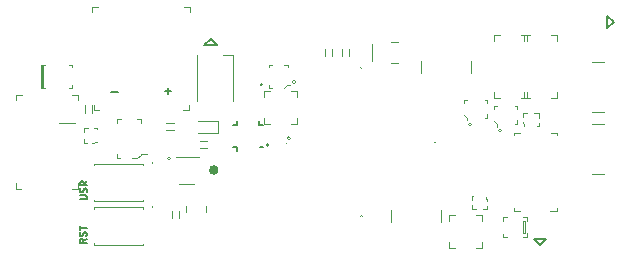
<source format=gbr>
G04 #@! TF.GenerationSoftware,KiCad,Pcbnew,5.1.4+dfsg1-1~bpo10+1*
G04 #@! TF.CreationDate,2020-02-13T15:56:51+01:00*
G04 #@! TF.ProjectId,quick-feather-board,71756963-6b2d-4666-9561-746865722d62,rev?*
G04 #@! TF.SameCoordinates,Original*
G04 #@! TF.FileFunction,Legend,Top*
G04 #@! TF.FilePolarity,Positive*
%FSLAX46Y46*%
G04 Gerber Fmt 4.6, Leading zero omitted, Abs format (unit mm)*
G04 Created by KiCad (PCBNEW 5.1.4+dfsg1-1~bpo10+1) date 2020-02-13 15:56:51*
%MOMM*%
%LPD*%
G04 APERTURE LIST*
%ADD10C,0.150000*%
%ADD11C,0.120000*%
%ADD12C,0.100000*%
%ADD13C,0.200000*%
%ADD14C,0.400000*%
%ADD15C,0.127000*%
G04 APERTURE END LIST*
D10*
X131766666Y-100750000D02*
X131233333Y-100750000D01*
X136050000Y-100966666D02*
X136050000Y-100433333D01*
X136316666Y-100700000D02*
X135783333Y-100700000D01*
X129151428Y-113218571D02*
X128865714Y-113418571D01*
X129151428Y-113561428D02*
X128551428Y-113561428D01*
X128551428Y-113332857D01*
X128580000Y-113275714D01*
X128608571Y-113247142D01*
X128665714Y-113218571D01*
X128751428Y-113218571D01*
X128808571Y-113247142D01*
X128837142Y-113275714D01*
X128865714Y-113332857D01*
X128865714Y-113561428D01*
X129122857Y-112990000D02*
X129151428Y-112904285D01*
X129151428Y-112761428D01*
X129122857Y-112704285D01*
X129094285Y-112675714D01*
X129037142Y-112647142D01*
X128980000Y-112647142D01*
X128922857Y-112675714D01*
X128894285Y-112704285D01*
X128865714Y-112761428D01*
X128837142Y-112875714D01*
X128808571Y-112932857D01*
X128780000Y-112961428D01*
X128722857Y-112990000D01*
X128665714Y-112990000D01*
X128608571Y-112961428D01*
X128580000Y-112932857D01*
X128551428Y-112875714D01*
X128551428Y-112732857D01*
X128580000Y-112647142D01*
X128551428Y-112475714D02*
X128551428Y-112132857D01*
X129151428Y-112304285D02*
X128551428Y-112304285D01*
X128571428Y-109887142D02*
X129057142Y-109887142D01*
X129114285Y-109858571D01*
X129142857Y-109830000D01*
X129171428Y-109772857D01*
X129171428Y-109658571D01*
X129142857Y-109601428D01*
X129114285Y-109572857D01*
X129057142Y-109544285D01*
X128571428Y-109544285D01*
X129142857Y-109287142D02*
X129171428Y-109201428D01*
X129171428Y-109058571D01*
X129142857Y-109001428D01*
X129114285Y-108972857D01*
X129057142Y-108944285D01*
X129000000Y-108944285D01*
X128942857Y-108972857D01*
X128914285Y-109001428D01*
X128885714Y-109058571D01*
X128857142Y-109172857D01*
X128828571Y-109230000D01*
X128800000Y-109258571D01*
X128742857Y-109287142D01*
X128685714Y-109287142D01*
X128628571Y-109258571D01*
X128600000Y-109230000D01*
X128571428Y-109172857D01*
X128571428Y-109030000D01*
X128600000Y-108944285D01*
X129171428Y-108344285D02*
X128885714Y-108544285D01*
X129171428Y-108687142D02*
X128571428Y-108687142D01*
X128571428Y-108458571D01*
X128600000Y-108401428D01*
X128628571Y-108372857D01*
X128685714Y-108344285D01*
X128771428Y-108344285D01*
X128828571Y-108372857D01*
X128857142Y-108401428D01*
X128885714Y-108458571D01*
X128885714Y-108687142D01*
D11*
X172911000Y-103523000D02*
X171911000Y-103523000D01*
X172911000Y-107763000D02*
X171911000Y-107763000D01*
X154870000Y-110760000D02*
X154870000Y-111760000D01*
X159110000Y-110760000D02*
X159110000Y-111760000D01*
X172911000Y-98223000D02*
X171911000Y-98223000D01*
X172911000Y-102463000D02*
X171911000Y-102463000D01*
X157480000Y-98140000D02*
X157480000Y-99140000D01*
X161720000Y-98140000D02*
X161720000Y-99140000D01*
X139230000Y-110480000D02*
X139230000Y-110980000D01*
X137530000Y-110480000D02*
X137530000Y-110980000D01*
D10*
X144536158Y-105270000D02*
G75*
G03X144536158Y-105270000I-76158J0D01*
G01*
X144050000Y-105470000D02*
X143775000Y-105470000D01*
X143750000Y-103570000D02*
X143750000Y-103270000D01*
X144050000Y-103570000D02*
X143750000Y-103570000D01*
X141850000Y-103570000D02*
X141850000Y-103270000D01*
X141550000Y-103570000D02*
X141850000Y-103570000D01*
X141850000Y-105470000D02*
X141850000Y-105770000D01*
X141550000Y-105470000D02*
X141850000Y-105470000D01*
D12*
X146830000Y-99940000D02*
G75*
G03X146830000Y-99940000I-150000J0D01*
G01*
X144605000Y-98465000D02*
X144855000Y-98465000D01*
X144605000Y-100415000D02*
X144855000Y-100415000D01*
X146105000Y-100215000D02*
X146330000Y-100215000D01*
X145880000Y-100415000D02*
X146105000Y-100215000D01*
X146155000Y-98490000D02*
X145805000Y-98490000D01*
X146155000Y-98665000D02*
X146155000Y-98490000D01*
X144605000Y-98665000D02*
X144605000Y-98465000D01*
X144605000Y-100415000D02*
X144605000Y-100215000D01*
X164290000Y-104060000D02*
G75*
G03X164290000Y-104060000I-150000J0D01*
G01*
X165615000Y-101985000D02*
X165615000Y-102235000D01*
X163665000Y-101985000D02*
X163665000Y-102235000D01*
X163865000Y-103485000D02*
X163865000Y-103710000D01*
X163665000Y-103260000D02*
X163865000Y-103485000D01*
X165590000Y-103535000D02*
X165590000Y-103185000D01*
X165415000Y-103535000D02*
X165590000Y-103535000D01*
X165415000Y-101985000D02*
X165615000Y-101985000D01*
X163665000Y-101985000D02*
X163865000Y-101985000D01*
X161740000Y-103530000D02*
G75*
G03X161740000Y-103530000I-150000J0D01*
G01*
X163065000Y-101455000D02*
X163065000Y-101705000D01*
X161115000Y-101455000D02*
X161115000Y-101705000D01*
X161315000Y-102955000D02*
X161315000Y-103180000D01*
X161115000Y-102730000D02*
X161315000Y-102955000D01*
X163040000Y-103005000D02*
X163040000Y-102655000D01*
X162865000Y-103005000D02*
X163040000Y-103005000D01*
X162865000Y-101455000D02*
X163065000Y-101455000D01*
X161115000Y-101455000D02*
X161315000Y-101455000D01*
X166411100Y-101283600D02*
X166411100Y-100783600D01*
X166411100Y-101283600D02*
X165911100Y-101283600D01*
X166411100Y-95983600D02*
X166411100Y-96483600D01*
X166411100Y-95983600D02*
X165911100Y-95983600D01*
X163611100Y-95983600D02*
X163611100Y-96483600D01*
X163611100Y-95983600D02*
X164111100Y-95983600D01*
X163611100Y-101283600D02*
X163611100Y-100783600D01*
X163611100Y-101283600D02*
X164111100Y-101283600D01*
X166151000Y-101283000D02*
X166651000Y-101283000D01*
X166151000Y-101283000D02*
X166151000Y-100783000D01*
X166151000Y-95983000D02*
X166651000Y-95983000D01*
X166151000Y-95983000D02*
X166151000Y-96483000D01*
X168951000Y-95983000D02*
X168451000Y-95983000D01*
X168951000Y-95983000D02*
X168951000Y-96483000D01*
X168951000Y-101283000D02*
X168451000Y-101283000D01*
X168951000Y-101283000D02*
X168951000Y-100783000D01*
D11*
X140700000Y-97680000D02*
X141500000Y-97680000D01*
X141500000Y-97680000D02*
X141500000Y-101580000D01*
X138500000Y-97680000D02*
X138500000Y-101580000D01*
D10*
X167526000Y-113728000D02*
X168051000Y-113203000D01*
X167001000Y-113203000D02*
X167526000Y-113728000D01*
X168051000Y-113203000D02*
X167001000Y-113203000D01*
D13*
X143980000Y-100170000D02*
G75*
G03X143980000Y-100170000I-70000J0D01*
G01*
D12*
X136260000Y-106400000D02*
G75*
G03X136260000Y-106400000I-150000J0D01*
G01*
D11*
X136735000Y-106250000D02*
X138635000Y-106250000D01*
X136960000Y-108550000D02*
X138260000Y-108550000D01*
D14*
X140100000Y-107400000D02*
G75*
G03X140100000Y-107400000I-200000J0D01*
G01*
D12*
X129619100Y-93550000D02*
X129619100Y-94050000D01*
X129619100Y-93550000D02*
X130119100Y-93550000D01*
X137919100Y-93550000D02*
X137419100Y-93550000D01*
X137919100Y-93550000D02*
X137919100Y-94050000D01*
X137819100Y-102350000D02*
X137319100Y-102350000D01*
X137819100Y-102350000D02*
X137819100Y-101850000D01*
X129719100Y-102350000D02*
X130219100Y-102350000D01*
X129719100Y-102350000D02*
X129719100Y-101850000D01*
X128370000Y-101003600D02*
X127870000Y-101003600D01*
X128370000Y-101003600D02*
X128370000Y-101503600D01*
X123120000Y-101003600D02*
X123670000Y-101003600D01*
X123120000Y-101003600D02*
X123120000Y-101503600D01*
X128120000Y-103403600D02*
X126820000Y-103403600D01*
X128370000Y-109003600D02*
X127870000Y-109003600D01*
X128370000Y-109003600D02*
X128370000Y-108503600D01*
X123120000Y-109003600D02*
X123620000Y-109003600D01*
X123120000Y-109003600D02*
X123120000Y-108503600D01*
X125475000Y-98475000D02*
X125475000Y-100425000D01*
X125375000Y-98475000D02*
X125375000Y-100425000D01*
X127925000Y-98475000D02*
X127925000Y-98700000D01*
X127625000Y-98475000D02*
X127925000Y-98475000D01*
X127925000Y-100425000D02*
X127675000Y-100425000D01*
X127925000Y-100175000D02*
X127925000Y-100425000D01*
X125275000Y-98475000D02*
X125275000Y-100425000D01*
X125625000Y-98475000D02*
X125275000Y-98475000D01*
X125625000Y-100425000D02*
X125275000Y-100425000D01*
D11*
X140230000Y-103230000D02*
X138530000Y-103230000D01*
X140230000Y-104030000D02*
X140230000Y-103230000D01*
X140230000Y-104230000D02*
X140230000Y-104030000D01*
X140130000Y-104230000D02*
X140230000Y-104230000D01*
X140030000Y-104230000D02*
X140130000Y-104230000D01*
X140030000Y-104230000D02*
X138530000Y-104230000D01*
X128990000Y-102530000D02*
X128990000Y-101930000D01*
X129590000Y-102530000D02*
X129590000Y-101930000D01*
X139350000Y-105500000D02*
X138750000Y-105500000D01*
X139350000Y-104900000D02*
X138750000Y-104900000D01*
X135890000Y-103420000D02*
X136490000Y-103420000D01*
X135890000Y-104020000D02*
X136490000Y-104020000D01*
X136380000Y-111480000D02*
X136380000Y-110880000D01*
X136980000Y-111480000D02*
X136980000Y-110880000D01*
D12*
X155230000Y-96530000D02*
X155530000Y-96530000D01*
X155230000Y-96530000D02*
X154930000Y-96530000D01*
X155230000Y-98330000D02*
X155530000Y-98330000D01*
X155230000Y-98330000D02*
X154930000Y-98330000D01*
X153330000Y-96730000D02*
X153330000Y-98130000D01*
D11*
X149350000Y-97750000D02*
X149350000Y-97150000D01*
X149950000Y-97750000D02*
X149950000Y-97150000D01*
X150740000Y-97750000D02*
X150740000Y-97150000D01*
X151340000Y-97750000D02*
X151340000Y-97150000D01*
D12*
X165360000Y-104243600D02*
X165860000Y-104243600D01*
X165360000Y-104443600D02*
X165360000Y-104243600D01*
X168960000Y-104243600D02*
X168460000Y-104243600D01*
X168960000Y-104443600D02*
X168960000Y-104243600D01*
X168960000Y-110843600D02*
X168360000Y-110843600D01*
X168960000Y-110643600D02*
X168960000Y-110843600D01*
X165360000Y-110643600D02*
X165360000Y-110843600D01*
X165360000Y-110843600D02*
X165860000Y-110843600D01*
D11*
X129730000Y-110550000D02*
X133930000Y-110550000D01*
X129730000Y-110550000D02*
X129730000Y-110670000D01*
X129730000Y-113730000D02*
X129730000Y-113610000D01*
X129730000Y-113750000D02*
X133930000Y-113750000D01*
X133930000Y-113750000D02*
X133930000Y-113650000D01*
X133930000Y-110550000D02*
X133930000Y-110670000D01*
D15*
X134712250Y-110513200D02*
G75*
G03X134712250Y-110513200I-15650J0D01*
G01*
D11*
X129730000Y-106850000D02*
X133930000Y-106850000D01*
X129730000Y-106850000D02*
X129730000Y-106970000D01*
X129730000Y-110030000D02*
X129730000Y-109910000D01*
X129730000Y-110050000D02*
X133930000Y-110050000D01*
X133930000Y-110050000D02*
X133930000Y-109950000D01*
X133930000Y-106850000D02*
X133930000Y-106970000D01*
D15*
X134712250Y-106813200D02*
G75*
G03X134712250Y-106813200I-15650J0D01*
G01*
D12*
X131700000Y-106055000D02*
X131700000Y-106380000D01*
X131700000Y-106380000D02*
X132000000Y-106380000D01*
X133700000Y-103405000D02*
X133700000Y-103080000D01*
X133700000Y-103080000D02*
X133400000Y-103080000D01*
X131700000Y-103380000D02*
X131700000Y-103080000D01*
X131700000Y-103080000D02*
X132025000Y-103080000D01*
X133375000Y-106380000D02*
X133700000Y-106155000D01*
X133700000Y-106155000D02*
X133700000Y-106055000D01*
X133700000Y-106055000D02*
X134225000Y-106055000D01*
X133375000Y-106380000D02*
X133000000Y-106380000D01*
D10*
X173235000Y-94357000D02*
X173235000Y-95407000D01*
X173235000Y-95407000D02*
X173760000Y-94882000D01*
X173760000Y-94882000D02*
X173235000Y-94357000D01*
D12*
X146948100Y-100670000D02*
X146448100Y-100670000D01*
X146948100Y-100670000D02*
X146948100Y-101170000D01*
X144150000Y-100670000D02*
X144650000Y-100670000D01*
X144150000Y-100670000D02*
X144150000Y-101170000D01*
X144150000Y-103470000D02*
X144650000Y-103470000D01*
X144150000Y-103470000D02*
X144150000Y-102970000D01*
X146948100Y-103470000D02*
X146448100Y-103470000D01*
X146948100Y-103470000D02*
X146948100Y-102970000D01*
X162594100Y-111224000D02*
X162094100Y-111224000D01*
X162594100Y-111224000D02*
X162594100Y-111724000D01*
X159796000Y-111224000D02*
X160296000Y-111224000D01*
X159796000Y-111224000D02*
X159796000Y-111724000D01*
X159796000Y-114024000D02*
X160296000Y-114024000D01*
X159796000Y-114024000D02*
X159796000Y-113524000D01*
X162594100Y-114024000D02*
X162094100Y-114024000D01*
X162594100Y-114024000D02*
X162594100Y-113524000D01*
X146407276Y-104701034D02*
G75*
G03X146407276Y-104701034I-148660J0D01*
G01*
D11*
X146066750Y-105060711D02*
X145996039Y-105131421D01*
X152360000Y-111212540D02*
X152430711Y-111283250D01*
X152289289Y-111283250D02*
X152360000Y-111212540D01*
X158582540Y-104990000D02*
X158653250Y-105060711D01*
X158653250Y-104919289D02*
X158582540Y-104990000D01*
X152360000Y-98767460D02*
X152289289Y-98696750D01*
X152430711Y-98696750D02*
X152360000Y-98767460D01*
D10*
X139636000Y-96278000D02*
X139111000Y-96803000D01*
X139111000Y-96803000D02*
X140161000Y-96803000D01*
X140161000Y-96803000D02*
X139636000Y-96278000D01*
D12*
X161730000Y-110720000D02*
X161730000Y-110345000D01*
X162130000Y-110720000D02*
X161730000Y-110720000D01*
X161730000Y-109620000D02*
X161830000Y-109620000D01*
X161730000Y-109895000D02*
X161730000Y-109620000D01*
X163030000Y-110720000D02*
X163030000Y-110445000D01*
X162705000Y-110720000D02*
X163030000Y-110720000D01*
X162955000Y-109795000D02*
X162955000Y-109645000D01*
X163030000Y-109895000D02*
X162955000Y-109795000D01*
X163030000Y-109895000D02*
X163030000Y-110020000D01*
X167400000Y-102590000D02*
X167400000Y-102965000D01*
X167000000Y-102590000D02*
X167400000Y-102590000D01*
X167400000Y-103690000D02*
X167300000Y-103690000D01*
X167400000Y-103415000D02*
X167400000Y-103690000D01*
X166100000Y-102590000D02*
X166100000Y-102865000D01*
X166425000Y-102590000D02*
X166100000Y-102590000D01*
X166175000Y-103515000D02*
X166175000Y-103665000D01*
X166100000Y-103415000D02*
X166175000Y-103515000D01*
X166100000Y-103415000D02*
X166100000Y-103290000D01*
X128900000Y-103800000D02*
X129275000Y-103800000D01*
X128900000Y-104200000D02*
X128900000Y-103800000D01*
X130000000Y-103800000D02*
X130000000Y-103900000D01*
X129725000Y-103800000D02*
X130000000Y-103800000D01*
X128900000Y-105100000D02*
X129175000Y-105100000D01*
X128900000Y-104775000D02*
X128900000Y-105100000D01*
X129825000Y-105025000D02*
X129975000Y-105025000D01*
X129725000Y-105100000D02*
X129825000Y-105025000D01*
X129725000Y-105100000D02*
X129600000Y-105100000D01*
X166445000Y-113045000D02*
X166445000Y-112745000D01*
X166070000Y-113045000D02*
X166445000Y-113045000D01*
X164395000Y-113045000D02*
X164395000Y-112770000D01*
X164720000Y-113045000D02*
X164395000Y-113045000D01*
X164395000Y-111395000D02*
X164695000Y-111395000D01*
X164395000Y-111720000D02*
X164395000Y-111395000D01*
X166070000Y-111405000D02*
X166445000Y-111405000D01*
X166445000Y-111705000D02*
X166445000Y-111405000D01*
X166120000Y-112720000D02*
X166220000Y-112720000D01*
X166120000Y-111720000D02*
X166120000Y-112720000D01*
X166220000Y-111720000D02*
X166120000Y-111720000D01*
X166220000Y-112720000D02*
X166220000Y-111720000D01*
M02*

</source>
